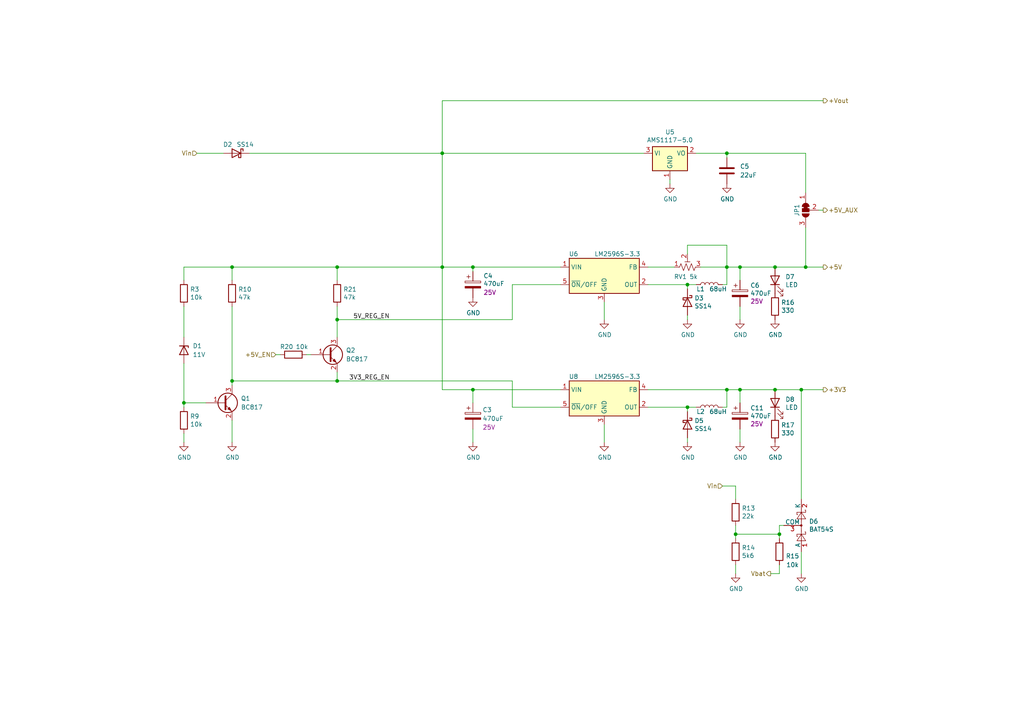
<source format=kicad_sch>
(kicad_sch (version 20231120) (generator "eeschema") (generator_version "8.0")
  (paper "A4")
  (lib_symbols
    (symbol "Device:C" (pin_numbers hide) (pin_names (offset 0.254))
      (property "Reference" "C" (at 0.635 2.54 0))
      (property "Value" "C" (at 0.635 -2.54 0))
      (symbol "C_0_1"
        (polyline (pts (xy -2.032 -0.762) (xy 2.032 -0.762)) (stroke (width 0.508)))
        (polyline (pts (xy -2.032 0.762) (xy 2.032 0.762)) (stroke (width 0.508)))
      )
      (symbol "C_1_1"
        (pin passive line (at 0 3.81 270) (length 2.794) (name "~") (number "1"))
        (pin passive line (at 0 -3.81 90) (length 2.794) (name "~") (number "2"))
      )
    )
    (symbol "Device:C_Polarized" (pin_numbers hide) (pin_names (offset 0.254))
      (property "Reference" "C" (at 0.635 2.54 0))
      (property "Value" "C_Polarized" (at 0.635 -2.54 0))
      (symbol "C_Polarized_0_1"
        (rectangle (start -2.286 0.508) (end 2.286 1.016))
        (polyline (pts (xy -1.778 2.286) (xy -0.762 2.286)))
        (polyline (pts (xy -1.27 2.794) (xy -1.27 1.778)))
        (rectangle (start 2.286 -0.508) (end -2.286 -1.016) (fill (type outline)))
      )
      (symbol "C_Polarized_1_1"
        (pin passive line (at 0 3.81 270) (length 2.794) (name "~") (number "1"))
        (pin passive line (at 0 -3.81 90) (length 2.794) (name "~") (number "2"))
      )
    )
    (symbol "Device:D_Zener" (pin_numbers hide) (pin_names (offset 1.016) hide)
      (property "Reference" "D" (at 0 2.54 0))
      (property "Value" "D_Zener" (at 0 -2.54 0))
      (symbol "D_Zener_0_1"
        (polyline (pts (xy 1.27 0) (xy -1.27 0)))
        (polyline (pts (xy -1.27 -1.27) (xy -1.27 1.27) (xy -0.762 1.27)) (stroke (width 0.254)))
        (polyline (pts (xy 1.27 -1.27) (xy 1.27 1.27) (xy -1.27 0) (xy 1.27 -1.27)) (stroke (width 0.254)))
      )
      (symbol "D_Zener_1_1"
        (pin passive line (at -3.81 0 0) (length 2.54) (name "K") (number "1"))
        (pin passive line (at 3.81 0 180) (length 2.54) (name "A") (number "2"))
      )
    )
    (symbol "Device:L" (pin_numbers hide) (pin_names (offset 1.016) hide)
      (property "Reference" "L" (at -1.27 0 90))
      (property "Value" "L" (at 1.905 0 90))
      (symbol "L_0_1"
        (arc (start 0 -2.54) (mid 0.6323 -1.905) (end 0 -1.27))
        (arc (start 0 -1.27) (mid 0.6323 -0.635) (end 0 0))
        (arc (start 0 0) (mid 0.6323 0.635) (end 0 1.27))
        (arc (start 0 1.27) (mid 0.6323 1.905) (end 0 2.54))
      )
      (symbol "L_1_1"
        (pin passive line (at 0 3.81 270) (length 1.27) (name "1") (number "1"))
        (pin passive line (at 0 -3.81 90) (length 1.27) (name "2") (number "2"))
      )
    )
    (symbol "Device:LED" (pin_numbers hide) (pin_names (offset 1.016) hide)
      (property "Reference" "D" (at 0 2.54 0))
      (property "Value" "LED" (at 0 -2.54 0))
      (symbol "LED_0_1"
        (polyline (pts (xy -1.27 -1.27) (xy -1.27 1.27)) (stroke (width 0.254)))
        (polyline (pts (xy -1.27 0) (xy 1.27 0)))
        (polyline (pts (xy 1.27 -1.27) (xy 1.27 1.27) (xy -1.27 0) (xy 1.27 -1.27)) (stroke (width 0.254)))
        (polyline (pts (xy -3.048 -0.762) (xy -4.572 -2.286) (xy -3.81 -2.286) (xy -4.572 -2.286) (xy -4.572 -1.524)))
        (polyline (pts (xy -1.778 -0.762) (xy -3.302 -2.286) (xy -2.54 -2.286) (xy -3.302 -2.286) (xy -3.302 -1.524)))
      )
      (symbol "LED_1_1"
        (pin passive line (at -3.81 0 0) (length 2.54) (name "K") (number "1"))
        (pin passive line (at 3.81 0 180) (length 2.54) (name "A") (number "2"))
      )
    )
    (symbol "Device:R" (pin_numbers hide) (pin_names (offset 0))
      (property "Reference" "R" (at 2.032 0 90))
      (property "Value" "R" (at 0 0 90))
      (symbol "R_0_1"
        (rectangle (start -1.016 -2.54) (end 1.016 2.54) (stroke (width 0.254)))
      )
      (symbol "R_1_1"
        (pin passive line (at 0 3.81 270) (length 1.27) (name "~") (number "1"))
        (pin passive line (at 0 -3.81 90) (length 1.27) (name "~") (number "2"))
      )
    )
    (symbol "Device:R_Potentiometer_Trim_US" (pin_names (offset 1.016) hide)
      (property "Reference" "RV" (at -4.445 0 90))
      (property "Value" "R_Potentiometer_Trim_US" (at -2.54 0 90))
      (symbol "R_Potentiometer_Trim_US_0_1"
        (polyline (pts (xy 0 -2.286) (xy 0 -2.54)))
        (polyline (pts (xy 0 2.286) (xy 0 2.54)))
        (polyline (pts (xy 1.524 0.762) (xy 1.524 -0.762)))
        (polyline (pts (xy 2.54 0) (xy 1.524 0)))
        (polyline (pts (xy 0 -0.762) (xy 1.016 -1.143) (xy 0 -1.524) (xy -1.016 -1.905) (xy 0 -2.286)))
        (polyline (pts (xy 0 0.762) (xy 1.016 0.381) (xy 0 0) (xy -1.016 -0.381) (xy 0 -0.762)))
        (polyline (pts (xy 0 2.286) (xy 1.016 1.905) (xy 0 1.524) (xy -1.016 1.143) (xy 0 0.762)))
      )
      (symbol "R_Potentiometer_Trim_US_1_1"
        (pin passive line (at 0 3.81 270) (length 1.27) (name "1") (number "1"))
        (pin passive line (at 3.81 0 180) (length 1.27) (name "2") (number "2"))
        (pin passive line (at 0 -3.81 90) (length 1.27) (name "3") (number "3"))
      )
    )
    (symbol "Diode:1N5822" (pin_numbers hide) (pin_names (offset 1.016) hide)
      (property "Reference" "D" (at 0 2.54 0))
      (property "Value" "1N5822" (at 0 -2.54 0))
      (symbol "1N5822_0_1"
        (polyline (pts (xy 1.27 0) (xy -1.27 0)))
        (polyline (pts (xy 1.27 1.27) (xy 1.27 -1.27) (xy -1.27 0) (xy 1.27 1.27)) (stroke (width 0.254)))
        (polyline (pts (xy -1.905 0.635) (xy -1.905 1.27) (xy -1.27 1.27) (xy -1.27 -1.27) (xy -0.635 -1.27) (xy -0.635 -0.635)) (stroke (width 0.254)))
      )
      (symbol "1N5822_1_1"
        (pin passive line (at -3.81 0 0) (length 2.54) (name "K") (number "1"))
        (pin passive line (at 3.81 0 180) (length 2.54) (name "A") (number "2"))
      )
    )
    (symbol "Diode:B140-E3" (pin_numbers hide) (pin_names hide)
      (property "Reference" "D" (at 0 2.54 0))
      (property "Value" "B140-E3" (at 0 -2.54 0))
      (symbol "B140-E3_0_1"
        (polyline (pts (xy 1.27 0) (xy -1.27 0)))
        (polyline (pts (xy 1.27 1.27) (xy 1.27 -1.27) (xy -1.27 0) (xy 1.27 1.27)) (stroke (width 0.254)))
        (polyline (pts (xy -1.905 0.635) (xy -1.905 1.27) (xy -1.27 1.27) (xy -1.27 -1.27) (xy -0.635 -1.27) (xy -0.635 -0.635)) (stroke (width 0.254)))
      )
      (symbol "B140-E3_1_1"
        (pin passive line (at -3.81 0 0) (length 2.54) (name "K") (number "1"))
        (pin passive line (at 3.81 0 180) (length 2.54) (name "A") (number "2"))
      )
    )
    (symbol "Diode:BAT54S" (pin_names (offset 0))
      (property "Reference" "D" (at 2.54 -5.08 0))
      (property "Value" "BAT54S" (at -6.35 3.175 0))
      (symbol "BAT54S_0_1"
        (polyline (pts (xy -3.81 0) (xy -1.27 0)))
        (polyline (pts (xy -3.175 -1.27) (xy -3.175 -1.016)))
        (polyline (pts (xy -2.54 -1.27) (xy -3.175 -1.27)))
        (polyline (pts (xy -2.54 -1.27) (xy -2.54 1.27)))
        (polyline (pts (xy -2.54 1.27) (xy -1.905 1.27)))
        (polyline (pts (xy -1.905 0) (xy 1.905 0)))
        (polyline (pts (xy -1.905 1.27) (xy -1.905 1.016)))
        (polyline (pts (xy 1.27 0) (xy 3.81 0)))
        (polyline (pts (xy 3.175 -1.27) (xy 3.175 -1.016)))
        (polyline (pts (xy 3.81 -1.27) (xy 3.175 -1.27)))
        (polyline (pts (xy 3.81 -1.27) (xy 3.81 1.27)))
        (polyline (pts (xy 3.81 1.27) (xy 4.445 1.27)))
        (polyline (pts (xy 4.445 1.27) (xy 4.445 1.016)))
        (polyline (pts (xy -4.445 1.27) (xy -4.445 -1.27) (xy -2.54 0) (xy -4.445 1.27)))
        (polyline (pts (xy 1.905 1.27) (xy 1.905 -1.27) (xy 3.81 0) (xy 1.905 1.27)))
        (circle (center 0 0) (radius 0.254) (fill (type outline)))
      )
      (symbol "BAT54S_1_1"
        (pin passive line (at -7.62 0 0) (length 3.81) (name "A") (number "1"))
        (pin passive line (at 7.62 0 180) (length 3.81) (name "K") (number "2"))
        (pin passive line (at 0 -5.08 90) (length 5.08) (name "COM") (number "3"))
      )
    )
    (symbol "Jumper:SolderJumper_3_Bridged12" (pin_names (offset 0) hide) (exclude_from_sim yes) (in_bom no)
      (property "Reference" "JP" (at -2.54 -2.54 0))
      (property "Value" "SolderJumper_3_Bridged12" (at 0 2.794 0))
      (symbol "SolderJumper_3_Bridged12_0_1"
        (rectangle (start -1.016 0.508) (end -0.508 -0.508) (fill (type outline)))
        (arc (start -1.016 1.016) (mid -2.0276 0) (end -1.016 -1.016))
        (arc (start -1.016 1.016) (mid -2.0276 0) (end -1.016 -1.016) (fill (type outline)))
        (rectangle (start -0.508 1.016) (end 0.508 -1.016) (fill (type outline)))
        (polyline (pts (xy -2.54 0) (xy -2.032 0)))
        (polyline (pts (xy -1.016 1.016) (xy -1.016 -1.016)))
        (polyline (pts (xy 0 -1.27) (xy 0 -1.016)))
        (polyline (pts (xy 1.016 1.016) (xy 1.016 -1.016)))
        (polyline (pts (xy 2.54 0) (xy 2.032 0)))
        (arc (start 1.016 -1.016) (mid 2.0276 0) (end 1.016 1.016))
        (arc (start 1.016 -1.016) (mid 2.0276 0) (end 1.016 1.016) (fill (type outline)))
      )
      (symbol "SolderJumper_3_Bridged12_1_1"
        (pin passive line (at -5.08 0 0) (length 2.54) (name "A") (number "1"))
        (pin passive line (at 0 -3.81 90) (length 2.54) (name "C") (number "2"))
        (pin passive line (at 5.08 0 180) (length 2.54) (name "B") (number "3"))
      )
    )
    (symbol "Regulator_Linear:AMS1117-5.0"
      (property "Reference" "U" (at -3.81 3.175 0))
      (property "Value" "AMS1117-5.0" (at 0 3.175 0))
      (symbol "AMS1117-5.0_0_1"
        (rectangle (start -5.08 -5.08) (end 5.08 1.905) (stroke (width 0.254)) (fill (type background)))
      )
      (symbol "AMS1117-5.0_1_1"
        (pin power_in line (at 0 -7.62 90) (length 2.54) (name "GND") (number "1"))
        (pin power_out line (at 7.62 0 180) (length 2.54) (name "VO") (number "2"))
        (pin power_in line (at -7.62 0 0) (length 2.54) (name "VI") (number "3"))
      )
    )
    (symbol "Regulator_Switching:LM2596S-3.3"
      (property "Reference" "U" (at -10.16 6.35 0))
      (property "Value" "LM2596S-3.3" (at 0 6.35 0))
      (symbol "LM2596S-3.3_0_1"
        (rectangle (start -10.16 5.08) (end 10.16 -5.08) (stroke (width 0.254)) (fill (type background)))
      )
      (symbol "LM2596S-3.3_1_1"
        (pin power_in line (at -12.7 2.54 0) (length 2.54) (name "VIN") (number "1"))
        (pin output line (at 12.7 -2.54 180) (length 2.54) (name "OUT") (number "2"))
        (pin power_in line (at 0 -7.62 90) (length 2.54) (name "GND") (number "3"))
        (pin input line (at 12.7 2.54 180) (length 2.54) (name "FB") (number "4"))
        (pin input line (at -12.7 -2.54 0) (length 2.54) (name "~{ON}/OFF") (number "5"))
      )
    )
    (symbol "Transistor_BJT:BC817" (pin_names (offset 0) hide)
      (property "Reference" "Q" (at 5.08 1.905 0))
      (property "Value" "BC817" (at 5.08 0 0))
      (symbol "BC817_0_1"
        (polyline (pts (xy 0.635 0.635) (xy 2.54 2.54)))
        (polyline (pts (xy 0.635 -0.635) (xy 2.54 -2.54) (xy 2.54 -2.54)))
        (polyline (pts (xy 0.635 1.905) (xy 0.635 -1.905) (xy 0.635 -1.905)) (stroke (width 0.508)))
        (polyline (pts (xy 1.27 -1.778) (xy 1.778 -1.27) (xy 2.286 -2.286) (xy 1.27 -1.778) (xy 1.27 -1.778)) (fill (type outline)))
        (circle (center 1.27 0) (radius 2.8194) (stroke (width 0.254)))
      )
      (symbol "BC817_1_1"
        (pin input line (at -5.08 0 0) (length 5.715) (name "B") (number "1"))
        (pin passive line (at 2.54 -5.08 90) (length 2.54) (name "E") (number "2"))
        (pin passive line (at 2.54 5.08 270) (length 2.54) (name "C") (number "3"))
      )
    )
    (symbol "power:GND" (power) (pin_names (offset 0))
      (property "Value" "GND" (at 0 -3.81 0))
      (symbol "GND_0_1"
        (polyline (pts (xy 0 0) (xy 0 -1.27) (xy 1.27 -1.27) (xy 0 -2.54) (xy -1.27 -1.27) (xy 0 -1.27)))
      )
      (symbol "GND_1_1"
        (pin power_in line (at 0 0 270) (length 0) hide (name "GND") (number "1"))
      )
    )
  )
  (junction (at 224.79 77.47))
  (junction (at 97.79 110.49))
  (junction (at 213.36 154.94))
  (junction (at 97.79 77.47))
  (junction (at 199.39 118.11))
  (junction (at 233.68 77.47))
  (junction (at 53.34 116.84))
  (junction (at 67.31 110.49))
  (junction (at 210.82 77.47))
  (junction (at 214.63 77.47))
  (junction (at 128.27 44.45))
  (junction (at 210.82 113.03))
  (junction (at 128.27 77.47))
  (junction (at 226.06 154.94))
  (junction (at 67.31 77.47))
  (junction (at 232.41 113.03))
  (junction (at 137.16 113.03))
  (junction (at 97.79 92.71))
  (junction (at 199.39 82.55))
  (junction (at 210.82 44.45))
  (junction (at 214.63 113.03))
  (junction (at 137.16 77.47))
  (junction (at 224.79 113.03))
  (wire (pts (xy 199.39 71.12) (xy 210.82 71.12)))
  (wire (pts (xy 238.76 29.21) (xy 128.27 29.21)))
  (wire (pts (xy 53.34 105.41) (xy 53.34 116.84)))
  (wire (pts (xy 237.49 60.96) (xy 238.76 60.96)))
  (wire (pts (xy 214.63 113.03) (xy 214.63 116.84)))
  (wire (pts (xy 223.52 166.37) (xy 226.06 166.37)))
  (wire (pts (xy 53.34 116.84) (xy 59.69 116.84)))
  (wire (pts (xy 210.82 113.03) (xy 214.63 113.03)))
  (wire (pts (xy 214.63 77.47) (xy 224.79 77.47)))
  (wire (pts (xy 67.31 88.9) (xy 67.31 110.49)))
  (wire (pts (xy 214.63 92.71) (xy 214.63 88.9)))
  (wire (pts (xy 97.79 92.71) (xy 97.79 97.79)))
  (wire (pts (xy 137.16 77.47) (xy 137.16 78.74)))
  (wire (pts (xy 232.41 113.03) (xy 232.41 144.78)))
  (wire (pts (xy 226.06 166.37) (xy 226.06 163.83)))
  (wire (pts (xy 137.16 77.47) (xy 162.56 77.47)))
  (wire (pts (xy 213.36 152.4) (xy 213.36 154.94)))
  (wire (pts (xy 128.27 77.47) (xy 137.16 77.47)))
  (wire (pts (xy 80.01 102.87) (xy 81.28 102.87)))
  (wire (pts (xy 199.39 128.27) (xy 199.39 127)))
  (wire (pts (xy 67.31 77.47) (xy 53.34 77.47)))
  (wire (pts (xy 97.79 81.28) (xy 97.79 77.47)))
  (wire (pts (xy 226.06 152.4) (xy 226.06 154.94)))
  (wire (pts (xy 214.63 77.47) (xy 214.63 81.28)))
  (wire (pts (xy 97.79 77.47) (xy 67.31 77.47)))
  (wire (pts (xy 201.93 82.55) (xy 199.39 82.55)))
  (wire (pts (xy 128.27 77.47) (xy 128.27 113.03)))
  (wire (pts (xy 128.27 77.47) (xy 97.79 77.47)))
  (wire (pts (xy 175.26 92.71) (xy 175.26 87.63)))
  (wire (pts (xy 97.79 110.49) (xy 148.59 110.49)))
  (wire (pts (xy 97.79 107.95) (xy 97.79 110.49)))
  (wire (pts (xy 57.15 44.45) (xy 64.77 44.45)))
  (wire (pts (xy 233.68 66.04) (xy 233.68 77.47)))
  (wire (pts (xy 209.55 118.11) (xy 210.82 118.11)))
  (wire (pts (xy 232.41 160.02) (xy 232.41 166.37)))
  (wire (pts (xy 233.68 44.45) (xy 233.68 55.88)))
  (wire (pts (xy 53.34 77.47) (xy 53.34 81.28)))
  (wire (pts (xy 187.96 113.03) (xy 210.82 113.03)))
  (wire (pts (xy 128.27 113.03) (xy 137.16 113.03)))
  (wire (pts (xy 128.27 29.21) (xy 128.27 44.45)))
  (wire (pts (xy 128.27 44.45) (xy 128.27 77.47)))
  (wire (pts (xy 148.59 92.71) (xy 148.59 82.55)))
  (wire (pts (xy 148.59 82.55) (xy 162.56 82.55)))
  (wire (pts (xy 213.36 154.94) (xy 213.36 156.21)))
  (wire (pts (xy 210.82 44.45) (xy 210.82 45.72)))
  (wire (pts (xy 203.2 77.47) (xy 210.82 77.47)))
  (wire (pts (xy 148.59 118.11) (xy 162.56 118.11)))
  (wire (pts (xy 210.82 77.47) (xy 214.63 77.47)))
  (wire (pts (xy 67.31 77.47) (xy 67.31 81.28)))
  (wire (pts (xy 72.39 44.45) (xy 128.27 44.45)))
  (wire (pts (xy 88.9 102.87) (xy 90.17 102.87)))
  (wire (pts (xy 213.36 154.94) (xy 226.06 154.94)))
  (wire (pts (xy 187.96 118.11) (xy 199.39 118.11)))
  (wire (pts (xy 201.93 118.11) (xy 199.39 118.11)))
  (wire (pts (xy 97.79 110.49) (xy 67.31 110.49)))
  (wire (pts (xy 232.41 113.03) (xy 238.76 113.03)))
  (wire (pts (xy 214.63 113.03) (xy 224.79 113.03)))
  (wire (pts (xy 67.31 110.49) (xy 67.31 111.76)))
  (wire (pts (xy 137.16 128.27) (xy 137.16 124.46)))
  (wire (pts (xy 210.82 77.47) (xy 210.82 82.55)))
  (wire (pts (xy 209.55 140.97) (xy 213.36 140.97)))
  (wire (pts (xy 187.96 77.47) (xy 195.58 77.47)))
  (wire (pts (xy 224.79 77.47) (xy 233.68 77.47)))
  (wire (pts (xy 53.34 125.73) (xy 53.34 128.27)))
  (wire (pts (xy 187.96 82.55) (xy 199.39 82.55)))
  (wire (pts (xy 226.06 154.94) (xy 226.06 156.21)))
  (wire (pts (xy 137.16 113.03) (xy 162.56 113.03)))
  (wire (pts (xy 97.79 88.9) (xy 97.79 92.71)))
  (wire (pts (xy 97.79 92.71) (xy 148.59 92.71)))
  (wire (pts (xy 128.27 44.45) (xy 186.69 44.45)))
  (wire (pts (xy 199.39 119.38) (xy 199.39 118.11)))
  (wire (pts (xy 53.34 88.9) (xy 53.34 97.79)))
  (wire (pts (xy 213.36 140.97) (xy 213.36 144.78)))
  (wire (pts (xy 201.93 44.45) (xy 210.82 44.45)))
  (wire (pts (xy 209.55 82.55) (xy 210.82 82.55)))
  (wire (pts (xy 210.82 71.12) (xy 210.82 77.47)))
  (wire (pts (xy 224.79 113.03) (xy 232.41 113.03)))
  (wire (pts (xy 233.68 77.47) (xy 238.76 77.47)))
  (wire (pts (xy 199.39 92.71) (xy 199.39 91.44)))
  (wire (pts (xy 199.39 73.66) (xy 199.39 71.12)))
  (wire (pts (xy 148.59 110.49) (xy 148.59 118.11)))
  (wire (pts (xy 194.31 53.34) (xy 194.31 52.07)))
  (wire (pts (xy 210.82 44.45) (xy 233.68 44.45)))
  (wire (pts (xy 67.31 121.92) (xy 67.31 128.27)))
  (wire (pts (xy 199.39 83.82) (xy 199.39 82.55)))
  (wire (pts (xy 210.82 113.03) (xy 210.82 118.11)))
  (wire (pts (xy 175.26 128.27) (xy 175.26 123.19)))
  (wire (pts (xy 227.33 152.4) (xy 226.06 152.4)))
  (wire (pts (xy 214.63 128.27) (xy 214.63 124.46)))
  (wire (pts (xy 213.36 163.83) (xy 213.36 166.37)))
  (wire (pts (xy 137.16 116.84) (xy 137.16 113.03)))
  (wire (pts (xy 53.34 116.84) (xy 53.34 118.11)))
  (label "5V_REG_EN" (at 113.03 92.71 180))
  (label "3V3_REG_EN" (at 113.03 110.49 180))
  (hierarchical_label "+5V_AUX" (shape output) (at 238.76 60.96 0))
  (hierarchical_label "Vin" (shape input) (at 209.55 140.97 180))
  (hierarchical_label "+5V" (shape output) (at 238.76 77.47 0))
  (hierarchical_label "Vin" (shape input) (at 57.15 44.45 180))
  (hierarchical_label "+5V_EN" (shape input) (at 80.01 102.87 180))
  (hierarchical_label "+3V3" (shape output) (at 238.76 113.03 0))
  (hierarchical_label "+Vout" (shape output) (at 238.76 29.21 0))
  (hierarchical_label "Vbat" (shape output) (at 223.52 166.37 180))
  (symbol (lib_id "Device:R") (at 213.36 160.02 0) (unit 1)
    (property "Reference" "R14" (at 215.138 158.8516 0) (effects (justify left)))
    (property "Value" "5k6" (at 215.138 161.163 0) (effects (justify left)))
    (property "Footprint" "Resistor_THT:R_Axial_DIN0207_L6.3mm_D2.5mm_P2.54mm_Vertical" (effects (hide yes)))
    (property "manf#" "RC1206FR-075K6L" (effects (hide yes)))
  )
  (symbol (lib_id "power:GND") (at 213.36 166.37 0) (unit 1)
    (property "Reference" "#PWR048" (effects (hide yes)))
    (property "Value" "GND" (at 213.487 170.7642 0))
  )
  (symbol (lib_id "Regulator_Linear:AMS1117-5.0") (at 194.31 44.45 0) (unit 1)
    (property "Reference" "U5" (at 194.31 38.3032 0))
    (property "Value" "AMS1117-5.0" (at 194.31 40.6146 0))
    (property "Footprint" "Package_TO_SOT_SMD:SOT-223-3_TabPin2" (effects (hide yes)))
    (property "Datasheet" "http://www.advanced-monolithic.com/pdf/ds1117.pdf" (effects (hide yes)))
    (property "manf#" "LM1117MPX-5.0/NOPB" (effects (hide yes)))
  )
  (symbol (lib_id "Transistor_BJT:BC817") (at 64.77 116.84 0) (unit 1)
    (property "Reference" "Q1" (at 69.85 115.5699 0) (effects (justify left)))
    (property "Value" "BC817" (at 69.85 118.1099 0) (effects (justify left)))
    (property "Footprint" "Package_TO_SOT_SMD:SOT-23" (effects (hide yes)))
    (property "Datasheet" "https://www.onsemi.com/pub/Collateral/BC818-D.pdf" (effects (hide yes)))
    (property "Description" "0.8A Ic, 45V Vce, NPN Transistor, SOT-23" (effects (hide yes)))
  )
  (symbol (lib_id "Regulator_Switching:LM2596S-3.3") (at 175.26 80.01 0) (unit 1)
    (property "Reference" "U6" (at 166.37 73.66 0))
    (property "Value" "LM2596S-3.3" (at 179.07 73.66 0))
    (property "Footprint" "esp-map-footprints:TO-263-5_TabPin3" (effects (hide yes)))
    (property "Datasheet" "https://www.ti.com/general/docs/suppproductinfo.tsp?distId=10&gotoUrl=http%3A%2F%2Fwww.ti.com%2Flit%2Fgpn%2Flm2596" (effects (hide yes)))
    (property "manf#" "LM2596SX-3.3/NOPB" (effects (hide yes)))
  )
  (symbol (lib_id "Device:R_Potentiometer_Trim_US") (at 199.39 77.47 90) (unit 1)
    (property "Reference" "RV1" (at 197.358 80.264 90))
    (property "Value" "5k" (at 201.168 80.264 90))
    (property "Footprint" "Potentiometer_THT:Potentiometer_Bourns_3296W_Vertical" (effects (hide yes)))
    (property "Description" "Trim-potentiometer, US symbol" (effects (hide yes)))
  )
  (symbol (lib_id "power:GND") (at 224.79 92.71 0) (unit 1)
    (property "Reference" "#PWR060" (effects (hide yes)))
    (property "Value" "GND" (at 224.917 97.1042 0))
  )
  (symbol (lib_id "Device:C_Polarized") (at 214.63 85.09 0) (unit 1)
    (property "Reference" "C6" (at 217.6272 82.7786 0) (effects (justify left)))
    (property "Value" "470uF" (at 217.6272 85.09 0) (effects (justify left)))
    (property "Footprint" "esp-map-footprints:CAP_10x10_SMD_THT" (effects (hide yes)))
    (property "Datasheet" "https://industrial.panasonic.com/cdbs/www-data/pdf/RDE0000/ABA0000C1142.pdf" (effects (hide yes)))
    (property "Voltage" "25V" (at 217.6272 87.4014 0) (effects (justify left)))
    (property "manf#" "EEE-1EA471UAP" (effects (hide yes)))
  )
  (symbol (lib_id "power:GND") (at 214.63 128.27 0) (unit 1)
    (property "Reference" "#PWR050" (effects (hide yes)))
    (property "Value" "GND" (at 214.757 132.6642 0))
  )
  (symbol (lib_id "Diode:B140-E3") (at 68.58 44.45 0) (mirror y) (unit 1)
    (property "Reference" "D2" (at 66.04 41.91 0))
    (property "Value" "SS14" (at 71.12 41.91 0))
    (property "Footprint" "Diode_SMD:D_SMA_Handsoldering" (effects (hide yes)))
    (property "Datasheet" "https://www.onsemi.com/pdf/datasheet/ss19-d.pdf" (effects (hide yes)))
    (property "manf#" "SS14" (effects (hide yes)))
  )
  (symbol (lib_id "power:GND") (at 53.34 128.27 0) (unit 1)
    (property "Reference" "#PWR020" (effects (hide yes)))
    (property "Value" "GND" (at 53.467 132.6642 0))
  )
  (symbol (lib_id "Device:D_Zener") (at 53.34 101.6 270) (unit 1)
    (property "Reference" "D1" (at 55.88 100.3299 90) (effects (justify left)))
    (property "Value" "11V" (at 55.88 102.8699 90) (effects (justify left)))
    (property "Footprint" "Diode_THT:D_DO-27_P5.08mm_Vertical_AnodeUp" (effects (hide yes)))
    (property "Description" "Zener diode" (effects (hide yes)))
  )
  (symbol (lib_id "Device:R") (at 213.36 148.59 0) (unit 1)
    (property "Reference" "R13" (at 215.138 147.4216 0) (effects (justify left)))
    (property "Value" "22k" (at 215.138 149.733 0) (effects (justify left)))
    (property "Footprint" "Resistor_THT:R_Axial_DIN0207_L6.3mm_D2.5mm_P2.54mm_Vertical" (effects (hide yes)))
    (property "manf#" "RC1206FR-0722KL" (effects (hide yes)))
  )
  (symbol (lib_id "power:GND") (at 224.79 128.27 0) (unit 1)
    (property "Reference" "#PWR064" (effects (hide yes)))
    (property "Value" "GND" (at 224.917 132.6642 0))
  )
  (symbol (lib_id "power:GND") (at 175.26 92.71 0) (unit 1)
    (property "Reference" "#PWR028" (effects (hide yes)))
    (property "Value" "GND" (at 175.387 97.1042 0))
  )
  (symbol (lib_id "Device:LED") (at 224.79 116.84 90) (unit 1)
    (property "Reference" "D8" (at 227.7872 115.8494 90) (effects (justify right)))
    (property "Value" "LED" (at 227.7872 118.1608 90) (effects (justify right)))
    (property "Footprint" "LED_SMD:LED_1206_3216Metric" (effects (hide yes)))
    (property "Datasheet" "https://media.digikey.com/pdf/Data%20Sheets/Stanley%20Electric%20PDFs/1101W_Series.pdf" (effects (hide yes)))
    (property "manf#" "BR1101W-TR" (effects (hide yes)))
  )
  (symbol (lib_id "Device:R") (at 67.31 85.09 0) (unit 1)
    (property "Reference" "R10" (at 69.088 83.9216 0) (effects (justify left)))
    (property "Value" "47k" (at 69.088 86.233 0) (effects (justify left)))
    (property "Footprint" "Resistor_SMD:R_1206_3216Metric" (effects (hide yes)))
    (property "Datasheet" "https://www.yageo.com/upload/media/product/productsearch/datasheet/rchip/PYu-RC_Group_51_RoHS_L_11.pdf" (effects (hide yes)))
    (property "manf#" "RC1206FR-0710KL" (effects (hide yes)))
    (property "Fitted" "Yes" (effects (hide yes)))
  )
  (symbol (lib_id "Device:L") (at 205.74 118.11 90) (unit 1)
    (property "Reference" "L2" (at 203.2 119.38 90))
    (property "Value" "68uH" (at 208.28 119.38 90))
    (property "Footprint" "esp-map-footprints:L_12x12mm_H8mm" (effects (hide yes)))
    (property "Datasheet" "https://no.mouser.com/datasheet/2/336/SPM2007_08-514261.pdf" (effects (hide yes)))
    (property "manf#" "P0751.683NLT, CDRH127/LDNP-680MC" (effects (hide yes)))
  )
  (symbol (lib_id "power:GND") (at 232.41 166.37 0) (unit 1)
    (property "Reference" "#PWR058" (effects (hide yes)))
    (property "Value" "GND" (at 232.537 170.7642 0))
  )
  (symbol (lib_id "Regulator_Switching:LM2596S-3.3") (at 175.26 115.57 0) (unit 1)
    (property "Reference" "U8" (at 166.37 109.22 0))
    (property "Value" "LM2596S-3.3" (at 179.07 109.22 0))
    (property "Footprint" "esp-map-footprints:TO-263-5_TabPin3" (effects (hide yes)))
    (property "Datasheet" "https://www.ti.com/general/docs/suppproductinfo.tsp?distId=10&gotoUrl=http%3A%2F%2Fwww.ti.com%2Flit%2Fgpn%2Flm2596" (effects (hide yes)))
    (property "manf#" "LM2596SX-3.3/NOPB" (effects (hide yes)))
  )
  (symbol (lib_id "Device:L") (at 205.74 82.55 90) (unit 1)
    (property "Reference" "L1" (at 203.2 83.82 90))
    (property "Value" "68uH" (at 208.28 83.82 90))
    (property "Footprint" "esp-map-footprints:L_12x12mm_H8mm" (effects (hide yes)))
    (property "Datasheet" "https://no.mouser.com/datasheet/2/336/SPM2007_08-514261.pdf" (effects (hide yes)))
    (property "manf#" "P0751.683NLT, CDRH127/LDNP-680MC" (effects (hide yes)))
  )
  (symbol (lib_id "power:GND") (at 67.31 128.27 0) (unit 1)
    (property "Reference" "#PWR023" (effects (hide yes)))
    (property "Value" "GND" (at 67.437 132.6642 0))
  )
  (symbol (lib_id "Diode:BAT54S") (at 232.41 152.4 270) (mirror x) (unit 1)
    (property "Reference" "D6" (at 234.6452 151.2316 90) (effects (justify left)))
    (property "Value" "BAT54S" (at 234.6452 153.543 90) (effects (justify left)))
    (property "Footprint" "Package_TO_SOT_SMD:SOT-23" (effects (hide yes)))
    (property "Datasheet" "https://www.diodes.com/assets/Datasheets/ds11005.pdf" (effects (hide yes)))
    (property "manf#" "BAT54S,215" (effects (hide yes)))
  )
  (symbol (lib_id "power:GND") (at 194.31 53.34 0) (unit 1)
    (property "Reference" "#PWR027" (effects (hide yes)))
    (property "Value" "GND" (at 194.437 57.7342 0))
  )
  (symbol (lib_id "Device:C_Polarized") (at 214.63 120.65 0) (unit 1)
    (property "Reference" "C11" (at 217.6272 118.3386 0) (effects (justify left)))
    (property "Value" "470uF" (at 217.6272 120.65 0) (effects (justify left)))
    (property "Footprint" "esp-map-footprints:CAP_10x10_SMD_THT" (effects (hide yes)))
    (property "Datasheet" "https://industrial.panasonic.com/cdbs/www-data/pdf/RDE0000/ABA0000C1142.pdf" (effects (hide yes)))
    (property "Voltage" "25V" (at 217.6272 122.9614 0) (effects (justify left)))
    (property "manf#" "EEE-1EA471UAP" (effects (hide yes)))
  )
  (symbol (lib_id "Transistor_BJT:BC817") (at 95.25 102.87 0) (unit 1)
    (property "Reference" "Q2" (at 100.33 101.5999 0) (effects (justify left)))
    (property "Value" "BC817" (at 100.33 104.1399 0) (effects (justify left)))
    (property "Footprint" "Package_TO_SOT_SMD:SOT-23" (effects (hide yes)))
    (property "Datasheet" "https://www.onsemi.com/pub/Collateral/BC818-D.pdf" (effects (hide yes)))
    (property "Description" "0.8A Ic, 45V Vce, NPN Transistor, SOT-23" (effects (hide yes)))
  )
  (symbol (lib_id "Device:R") (at 224.79 88.9 0) (unit 1)
    (property "Reference" "R16" (at 226.568 87.7316 0) (effects (justify left)))
    (property "Value" "330" (at 226.568 90.043 0) (effects (justify left)))
    (property "Footprint" "Resistor_SMD:R_1206_3216Metric" (effects (hide yes)))
  )
  (symbol (lib_id "Jumper:SolderJumper_3_Bridged12") (at 233.68 60.96 90) (mirror x) (unit 1) (exclude_from_sim yes) (in_bom no)
    (property "Reference" "JP1" (at 231.14 60.96 0))
    (property "Value" "SolderJumper_3_Bridged12" (effects (hide yes)))
    (property "Footprint" "Jumper:SolderJumper-3_P1.3mm_Bridged12_RoundedPad1.0x1.5mm" (effects (hide yes)))
    (property "Description" "3-pole Solder Jumper, pins 1+2 closed/bridged" (effects (hide yes)))
  )
  (symbol (lib_id "power:GND") (at 175.26 128.27 0) (unit 1)
    (property "Reference" "#PWR029" (effects (hide yes)))
    (property "Value" "GND" (at 175.387 132.6642 0))
  )
  (symbol (lib_id "Device:R") (at 85.09 102.87 90) (unit 1)
    (property "Reference" "R20" (at 85.09 100.584 90) (effects (justify left)))
    (property "Value" "10k" (at 89.408 100.584 90) (effects (justify left)))
    (property "Footprint" "Resistor_SMD:R_1206_3216Metric" (effects (hide yes)))
    (property "Datasheet" "https://www.yageo.com/upload/media/product/productsearch/datasheet/rchip/PYu-RC_Group_51_RoHS_L_11.pdf" (effects (hide yes)))
    (property "manf#" "RC1206FR-0710KL" (effects (hide yes)))
    (property "Fitted" "Yes" (effects (hide yes)))
  )
  (symbol (lib_id "Device:R") (at 53.34 121.92 0) (unit 1)
    (property "Reference" "R9" (at 55.118 120.7516 0) (effects (justify left)))
    (property "Value" "10k" (at 55.118 123.063 0) (effects (justify left)))
    (property "Footprint" "Resistor_SMD:R_1206_3216Metric" (effects (hide yes)))
    (property "Datasheet" "https://www.yageo.com/upload/media/product/productsearch/datasheet/rchip/PYu-RC_Group_51_RoHS_L_11.pdf" (effects (hide yes)))
    (property "manf#" "RC1206FR-0710KL" (effects (hide yes)))
    (property "Fitted" "Yes" (effects (hide yes)))
  )
  (symbol (lib_id "power:GND") (at 199.39 92.71 0) (unit 1)
    (property "Reference" "#PWR045" (effects (hide yes)))
    (property "Value" "GND" (at 199.517 97.1042 0))
  )
  (symbol (lib_id "Device:C_Polarized") (at 137.16 82.55 0) (unit 1)
    (property "Reference" "C4" (at 140.208 80.01 0) (effects (justify left)))
    (property "Value" "470uF" (at 140.208 82.296 0) (effects (justify left)))
    (property "Footprint" "esp-map-footprints:CAP_10x10_SMD_THT" (effects (hide yes)))
    (property "Datasheet" "https://industrial.panasonic.com/cdbs/www-data/pdf/RDE0000/ABA0000C1142.pdf" (effects (hide yes)))
    (property "Voltage" "25V" (at 140.208 84.836 0) (effects (justify left)))
    (property "manf#" "EEE-1EA471UAP" (effects (hide yes)))
  )
  (symbol (lib_id "Diode:1N5822") (at 199.39 123.19 270) (unit 1)
    (property "Reference" "D5" (at 201.422 122.0216 90) (effects (justify left)))
    (property "Value" "SS14" (at 201.422 124.333 90) (effects (justify left)))
    (property "Footprint" "Diode_SMD:D_SMA_Handsoldering" (effects (hide yes)))
    (property "Datasheet" "https://www.onsemi.com/pdf/datasheet/ss19-d.pdf" (effects (hide yes)))
    (property "manf#" "SS14" (effects (hide yes)))
  )
  (symbol (lib_id "power:GND") (at 137.16 86.36 0) (unit 1)
    (property "Reference" "#PWR019" (effects (hide yes)))
    (property "Value" "GND" (at 137.287 90.7542 0))
  )
  (symbol (lib_id "power:GND") (at 137.16 128.27 0) (unit 1)
    (property "Reference" "#PWR025" (effects (hide yes)))
    (property "Value" "GND" (at 137.287 132.6642 0))
  )
  (symbol (lib_id "Device:R") (at 53.34 85.09 0) (unit 1)
    (property "Reference" "R3" (at 55.118 83.9216 0) (effects (justify left)))
    (property "Value" "10k" (at 55.118 86.233 0) (effects (justify left)))
    (property "Footprint" "Resistor_SMD:R_1206_3216Metric" (effects (hide yes)))
    (property "Datasheet" "https://www.yageo.com/upload/media/product/productsearch/datasheet/rchip/PYu-RC_Group_51_RoHS_L_11.pdf" (effects (hide yes)))
    (property "manf#" "RC1206FR-0710KL" (effects (hide yes)))
    (property "Fitted" "Yes" (effects (hide yes)))
  )
  (symbol (lib_id "Device:R") (at 226.06 160.02 180) (unit 1)
    (property "Reference" "R15" (at 229.87 161.29 0))
    (property "Value" "10k" (at 229.87 163.83 0))
    (property "Footprint" "Resistor_SMD:R_1206_3216Metric" (effects (hide yes)))
    (property "manf#" "RC1206FR-071KL" (effects (hide yes)))
  )
  (symbol (lib_id "power:GND") (at 210.82 53.34 0) (unit 1)
    (property "Reference" "#PWR031" (effects (hide yes)))
    (property "Value" "GND" (at 210.947 57.7342 0))
  )
  (symbol (lib_id "Device:LED") (at 224.79 81.28 90) (unit 1)
    (property "Reference" "D7" (at 227.7872 80.2894 90) (effects (justify right)))
    (property "Value" "LED" (at 227.7872 82.6008 90) (effects (justify right)))
    (property "Footprint" "LED_SMD:LED_1206_3216Metric" (effects (hide yes)))
    (property "Datasheet" "https://media.digikey.com/pdf/Data%20Sheets/Stanley%20Electric%20PDFs/1101W_Series.pdf" (effects (hide yes)))
    (property "manf#" "BR1101W-TR" (effects (hide yes)))
  )
  (symbol (lib_id "Device:R") (at 224.79 124.46 0) (unit 1)
    (property "Reference" "R17" (at 226.568 123.2916 0) (effects (justify left)))
    (property "Value" "330" (at 226.568 125.603 0) (effects (justify left)))
    (property "Footprint" "Resistor_SMD:R_1206_3216Metric" (effects (hide yes)))
  )
  (symbol (lib_id "Diode:1N5822") (at 199.39 87.63 270) (unit 1)
    (property "Reference" "D3" (at 201.422 86.4616 90) (effects (justify left)))
    (property "Value" "SS14" (at 201.422 88.773 90) (effects (justify left)))
    (property "Footprint" "Diode_SMD:D_SMA_Handsoldering" (effects (hide yes)))
    (property "Datasheet" "https://www.onsemi.com/pdf/datasheet/ss19-d.pdf" (effects (hide yes)))
    (property "manf#" "SS14" (effects (hide yes)))
  )
  (symbol (lib_id "Device:C_Polarized") (at 137.16 120.65 0) (unit 1)
    (property "Reference" "C3" (at 139.954 118.872 0) (effects (justify left)))
    (property "Value" "470uF" (at 139.954 121.412 0) (effects (justify left)))
    (property "Footprint" "esp-map-footprints:CAP_10x10_SMD_THT" (effects (hide yes)))
    (property "Datasheet" "https://industrial.panasonic.com/cdbs/www-data/pdf/RDE0000/ABA0000C1142.pdf" (effects (hide yes)))
    (property "Voltage" "25V" (at 139.954 123.952 0) (effects (justify left)))
    (property "manf#" "EEE-1EA471UAP" (effects (hide yes)))
  )
  (symbol (lib_id "power:GND") (at 214.63 92.71 0) (unit 1)
    (property "Reference" "#PWR049" (effects (hide yes)))
    (property "Value" "GND" (at 214.757 97.1042 0))
  )
  (symbol (lib_id "power:GND") (at 199.39 128.27 0) (unit 1)
    (property "Reference" "#PWR046" (effects (hide yes)))
    (property "Value" "GND" (at 199.517 132.6642 0))
  )
  (symbol (lib_id "Device:C") (at 210.82 49.53 0) (unit 1)
    (property "Reference" "C5" (at 214.63 48.26 0) (effects (justify left)))
    (property "Value" "22uF" (at 214.63 50.8 0) (effects (justify left)))
    (property "Footprint" "Capacitor_SMD:C_1812_4532Metric_Pad1.57x3.40mm_HandSolder" (effects (hide yes)))
  )
  (symbol (lib_id "Device:R") (at 97.79 85.09 0) (unit 1)
    (property "Reference" "R21" (at 99.568 83.9216 0) (effects (justify left)))
    (property "Value" "47k" (at 99.568 86.233 0) (effects (justify left)))
    (property "Footprint" "Resistor_SMD:R_1206_3216Metric" (effects (hide yes)))
    (property "Datasheet" "https://www.yageo.com/upload/media/product/productsearch/datasheet/rchip/PYu-RC_Group_51_RoHS_L_11.pdf" (effects (hide yes)))
    (property "manf#" "RC1206FR-0710KL" (effects (hide yes)))
    (property "Fitted" "Yes" (effects (hide yes)))
  )
)
</source>
